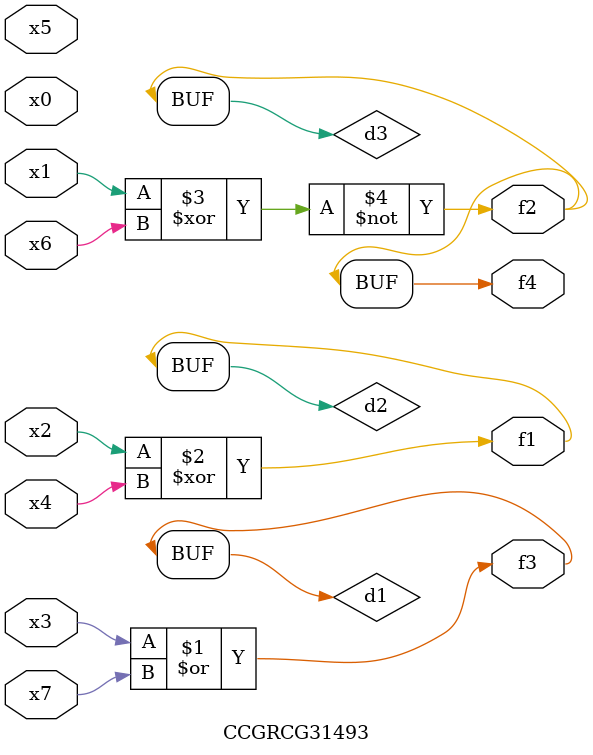
<source format=v>
module CCGRCG31493(
	input x0, x1, x2, x3, x4, x5, x6, x7,
	output f1, f2, f3, f4
);

	wire d1, d2, d3;

	or (d1, x3, x7);
	xor (d2, x2, x4);
	xnor (d3, x1, x6);
	assign f1 = d2;
	assign f2 = d3;
	assign f3 = d1;
	assign f4 = d3;
endmodule

</source>
